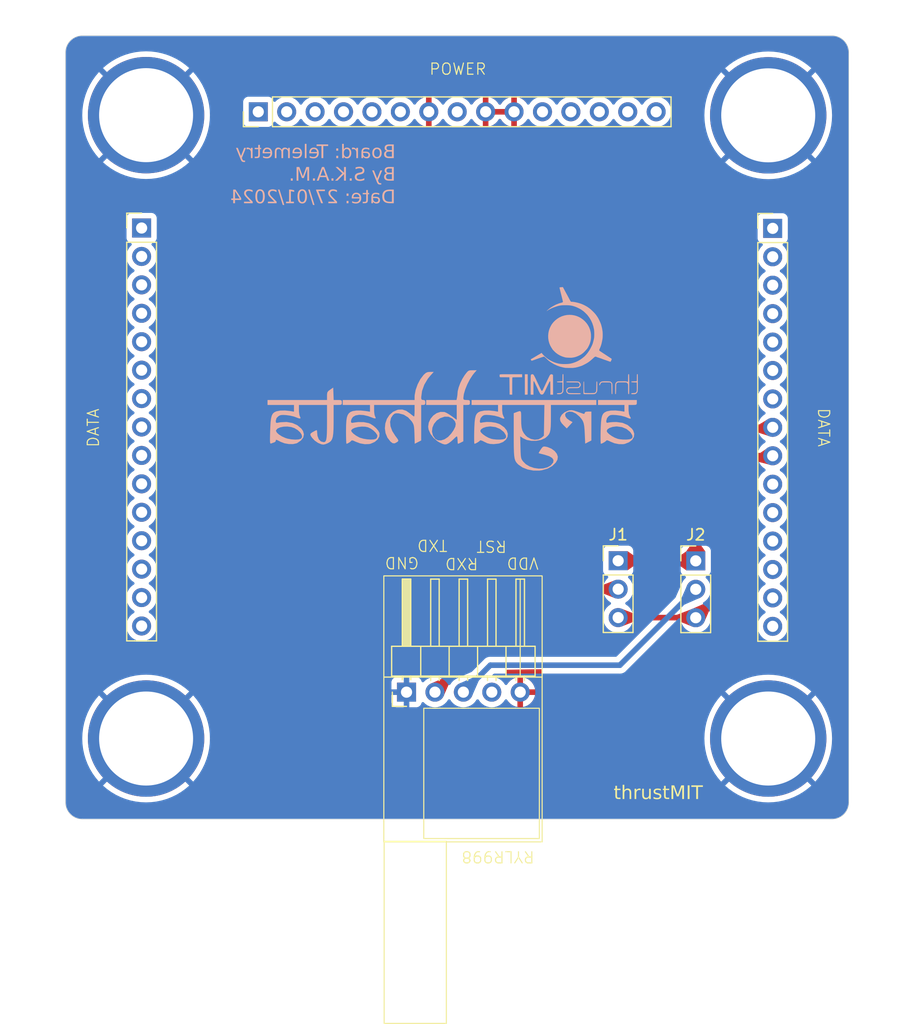
<source format=kicad_pcb>
(kicad_pcb (version 20221018) (generator pcbnew)
  (layers (0 "F.Cu" signal) (31 "B.Cu" signal) (34 "B.Paste" user) (35 "F.Paste" user) (36 "B.SilkS" user "B.Silkscreen") (37 "F.SilkS" user "F.Silkscreen") (38 "B.Mask" user) (39 "F.Mask" user) (44 "Edge.Cuts" user))
  (net 0 "")
  (net 1 "3.3V")
  (net 3 "RX_TELEM")
  (net 4 "TX_TELEM")
  (net 5 "GND")
  (net 39 "TX_MODULE")
  (net 40 "RX_MODULE")
  (footprint "Connector_PinHeader_2.54mm:PinHeader_1x03_P2.54mm_Vertical" (layer "F.Cu") (at 158.4198 103.6574)
    (fp_text reference "J2" (at 0 -2.33) (layer "F.SilkS"))
    (fp_text value "Conn_01x03_Pin")
    (pad "1" thru_hole rect (at 0 0) (size 1.7 1.7) (drill 1) (layers "*.Cu" "*.Mask") (net 4 "TX_TELEM"))
    (pad "2" thru_hole oval (at 0 2.54) (size 1.7 1.7) (drill 1) (layers "*.Cu" "*.Mask") (net 40 "RX_MODULE"))
    (pad "3" thru_hole oval (at 0 5.08) (size 1.7 1.7) (drill 1) (layers "*.Cu" "*.Mask") (net 3 "RX_TELEM"))
  )
  (footprint "Connector_PinHeader_2.54mm:PinHeader_1x03_P2.54mm_Vertical" (layer "F.Cu") (at 151.4856 103.647)
    (fp_text reference "J1" (at 0 -2.33) (layer "F.SilkS"))
    (fp_text value "Conn_01x03_Pin")
    (pad "1" thru_hole rect (at 0 0) (size 1.7 1.7) (drill 1) (layers "*.Cu" "*.Mask") (net 4 "TX_TELEM"))
    (pad "2" thru_hole oval (at 0 2.54) (size 1.7 1.7) (drill 1) (layers "*.Cu" "*.Mask") (net 39 "TX_MODULE"))
    (pad "3" thru_hole oval (at 0 5.08) (size 1.7 1.7) (drill 1) (layers "*.Cu" "*.Mask") (net 3 "RX_TELEM"))
  )
  (footprint "FC_Stack_template:FC_Stack_template" (layer "F.Cu") (at 137.0968 91.7324)
    (fp_text reference "U2" hide)
    (fp_text value "~")
    (fp_text user "DATA" (at -31.93 1.85 90 unlocked) (layer "F.SilkS") (effects (font (thickness 0.1)) (justify left bottom)))
    (fp_text user "thrustMIT" (at 13.98 33.41 unlocked) (layer "F.SilkS") (effects (font (size 1.2 1.2) (thickness 0.1)) (justify left bottom)))
    (fp_text user "POWER" (at -2.55 -31.43 unlocked) (layer "F.SilkS") (effects (font (thickness 0.1)) (justify left bottom)))
    (fp_text user "DATA" (at 32.17 -1.8 -90 unlocked) (layer "F.SilkS") (effects (font (thickness 0.1)) (justify left bottom)))
    (fp_line (start -35 33.5) (end -35 -33.5) (stroke (width 0.05)) (layer "Edge.Cuts"))
    (fp_line (start -33.5 -35) (end 33.5 -35) (stroke (width 0.05)) (layer "Edge.Cuts"))
    (fp_line (start 33.5 35) (end -33.5 35) (stroke (width 0.05)) (layer "Edge.Cuts"))
    (fp_line (start 35 -33.5) (end 35 33.5) (stroke (width 0.05)) (layer "Edge.Cuts"))
    (fp_arc (start -35 -33.5) (mid -34.56066 -34.56066) (end -33.5 -35) (stroke (width 0.05)) (layer "Edge.Cuts"))
    (fp_arc (start -33.5 35) (mid -34.56066 34.56066) (end -35 33.5) (stroke (width 0.05)) (layer "Edge.Cuts"))
    (fp_arc (start 33.5 -35) (mid 34.56066 -34.56066) (end 35 -33.5) (stroke (width 0.05)) (layer "Edge.Cuts"))
    (fp_arc (start 35 33.5) (mid 34.56066 34.56066) (end 33.5 35) (stroke (width 0.05)) (layer "Edge.Cuts"))
    (pad "1" thru_hole rect (at 28.2 -17.785) (size 1.7 1.7) (drill 1) (layers "*.Cu" "*.Mask"))
    (pad "2" thru_hole oval (at 28.2 -15.245) (size 1.7 1.7) (drill 1) (layers "*.Cu" "*.Mask"))
    (pad "3" thru_hole oval (at 28.2 -12.705) (size 1.7 1.7) (drill 1) (layers "*.Cu" "*.Mask"))
    (pad "4" thru_hole oval (at 28.2 -10.165) (size 1.7 1.7) (drill 1) (layers "*.Cu" "*.Mask"))
    (pad "5" thru_hole oval (at 28.2 -7.625) (size 1.7 1.7) (drill 1) (layers "*.Cu" "*.Mask"))
    (pad "6" thru_hole oval (at 28.2 -5.085) (size 1.7 1.7) (drill 1) (layers "*.Cu" "*.Mask"))
    (pad "7" thru_hole oval (at 28.2 -2.545) (size 1.7 1.7) (drill 1) (layers "*.Cu" "*.Mask"))
    (pad "8" thru_hole oval (at 28.2 -0.005) (size 1.7 1.7) (drill 1) (layers "*.Cu" "*.Mask") (net 4 "TX_TELEM"))
    (pad "9" thru_hole oval (at 28.2 2.535) (size 1.7 1.7) (drill 1) (layers "*.Cu" "*.Mask") (net 3 "RX_TELEM"))
    (pad "10" thru_hole oval (at 28.2 5.075) (size 1.7 1.7) (drill 1) (layers "*.Cu" "*.Mask"))
    (pad "11" thru_hole oval (at 28.2 7.615) (size 1.7 1.7) (drill 1) (layers "*.Cu" "*.Mask"))
    (pad "12" thru_hole oval (at 28.2 10.155) (size 1.7 1.7) (drill 1) (layers "*.Cu" "*.Mask"))
    (pad "13" thru_hole oval (at 28.2 12.695) (size 1.7 1.7) (drill 1) (layers "*.Cu" "*.Mask"))
    (pad "14" thru_hole oval (at 28.2 15.235) (size 1.7 1.7) (drill 1) (layers "*.Cu" "*.Mask"))
    (pad "15" thru_hole oval (at 28.2 17.775) (size 1.7 1.7) (drill 1) (layers "*.Cu" "*.Mask"))
    (pad "16" thru_hole oval (at -28.2 17.745) (size 1.7 1.7) (drill 1) (layers "*.Cu" "*.Mask"))
    (pad "17" thru_hole oval (at -28.2 15.205) (size 1.7 1.7) (drill 1) (layers "*.Cu" "*.Mask"))
    (pad "18" thru_hole oval (at -28.2 12.665) (size 1.7 1.7) (drill 1) (layers "*.Cu" "*.Mask"))
    (pad "19" thru_hole oval (at -28.2 10.125) (size 1.7 1.7) (drill 1) (layers "*.Cu" "*.Mask"))
    (pad "20" thru_hole oval (at -28.2 7.585) (size 1.7 1.7) (drill 1) (layers "*.Cu" "*.Mask"))
    (pad "21" thru_hole oval (at -28.2 5.045) (size 1.7 1.7) (drill 1) (layers "*.Cu" "*.Mask"))
    (pad "22" thru_hole oval (at -28.2 2.505) (size 1.7 1.7) (drill 1) (layers "*.Cu" "*.Mask"))
    (pad "23" thru_hole oval (at -28.2 -0.035) (size 1.7 1.7) (drill 1) (layers "*.Cu" "*.Mask"))
    (pad "24" thru_hole oval (at -28.2 -2.575) (size 1.7 1.7) (drill 1) (layers "*.Cu" "*.Mask"))
    (pad "25" thru_hole oval (at -28.2 -5.115) (size 1.7 1.7) (drill 1) (layers "*.Cu" "*.Mask"))
    (pad "26" thru_hole oval (at -28.2 -7.655) (size 1.7 1.7) (drill 1) (layers "*.Cu" "*.Mask"))
    (pad "27" thru_hole oval (at -28.2 -10.195) (size 1.7 1.7) (drill 1) (layers "*.Cu" "*.Mask"))
    (pad "28" thru_hole oval (at -28.2 -12.735) (size 1.7 1.7) (drill 1) (layers "*.Cu" "*.Mask"))
    (pad "29" thru_hole oval (at -28.2 -15.275) (size 1.7 1.7) (drill 1) (layers "*.Cu" "*.Mask"))
    (pad "30" thru_hole rect (at -28.2 -17.815) (size 1.7 1.7) (drill 1) (layers "*.Cu" "*.Mask"))
    (pad "31" thru_hole rect (at -17.775 -28.2 90) (size 1.7 1.7) (drill 1) (layers "*.Cu" "*.Mask"))
    (pad "32" thru_hole oval (at -15.235 -28.2 90) (size 1.7 1.7) (drill 1) (layers "*.Cu" "*.Mask"))
    (pad "33" thru_hole oval (at -12.695 -28.2 90) (size 1.7 1.7) (drill 1) (layers "*.Cu" "*.Mask"))
    (pad "34" thru_hole oval (at -10.155 -28.2 90) (size 1.7 1.7) (drill 1) (layers "*.Cu" "*.Mask"))
    (pad "35" thru_hole oval (at -7.615 -28.2 90) (size 1.7 1.7) (drill 1) (layers "*.Cu" "*.Mask"))
    (pad "36" thru_hole oval (at -5.075 -28.2 90) (size 1.7 1.7) (drill 1) (layers "*.Cu" "*.Mask"))
    (pad "37" thru_hole oval (at -2.535 -28.2 90) (size 1.7 1.7) (drill 1) (layers "*.Cu" "*.Mask") (net 1 "3.3V"))
    (pad "38" thru_hole oval (at 0.005 -28.2 90) (size 1.7 1.7) (drill 1) (layers "*.Cu" "*.Mask"))
    (pad "39" thru_hole oval (at 2.545 -28.2 90) (size 1.7 1.7) (drill 1) (layers "*.Cu" "*.Mask") (net 1 "3.3V"))
    (pad "40" thru_hole oval (at 5.085 -28.2 90) (size 1.7 1.7) (drill 1) (layers "*.Cu" "*.Mask") (net 1 "3.3V"))
    (pad "41" thru_hole oval (at 7.625 -28.2 90) (size 1.7 1.7) (drill 1) (layers "*.Cu" "*.Mask"))
    (pad "42" thru_hole oval (at 10.165 -28.2 90) (size 1.7 1.7) (drill 1) (layers "*.Cu" "*.Mask"))
    (pad "43" thru_hole oval (at 12.705 -28.2 90) (size 1.7 1.7) (drill 1) (layers "*.Cu" "*.Mask"))
    (pad "44" thru_hole oval (at 15.245 -28.2 90) (size 1.7 1.7) (drill 1) (layers "*.Cu" "*.Mask"))
    (pad "45" thru_hole oval (at 17.785 -28.2 90) (size 1.7 1.7) (drill 1) (layers "*.Cu" "*.Mask"))
    (pad "49" thru_hole circle (at 27.8 27.8) (size 10.4 10.4) (drill 8.4) (layers "*.Cu" "*.Mask") (net 5 "GND"))
    (pad "50" thru_hole circle (at -27.8 27.8) (size 10.4 10.4) (drill 8.4) (layers "*.Cu" "*.Mask") (net 5 "GND"))
    (pad "51" thru_hole circle (at -27.8 -27.9) (size 10.4 10.4) (drill 8.4) (layers "*.Cu" "*.Mask") (net 5 "GND"))
    (pad "52" thru_hole circle (at 27.8 -27.885) (size 10.4 10.4) (drill 8.4) (layers "*.Cu" "*.Mask") (net 5 "GND"))
  )
  (footprint "RYLR998:RYLR998" (layer "F.Cu") (at 137.5322 120.9184 180)
    (fp_text reference "U1" hide)
    (fp_text value "~" hide)
    (fp_text user "GND" (at 3.78 17.68 180 unlocked) (layer "F.SilkS") (effects (font (thickness 0.1)) (justify left bottom)))
    (fp_text user "TXD" (at 1.23 19.23 180 unlocked) (layer "F.SilkS") (effects (font (thickness 0.1)) (justify left bottom)))
    (fp_text user "RXD" (at -1.51 17.6 180 unlocked) (layer "F.SilkS") (effects (font (thickness 0.1)) (justify left bottom)))
    (fp_text user "VDD" (at -6.92 17.64 180 unlocked) (layer "F.SilkS") (effects (font (thickness 0.1)) (justify left bottom)))
    (fp_text user "RST" (at -4.06 19.15 180 unlocked) (layer "F.SilkS") (effects (font (thickness 0.1)) (justify left bottom)))
    (fp_text user "RYLR998" (at -6.54 -8.6 180 unlocked) (layer "F.SilkS") (effects (font (thickness 0.1)) (justify left bottom)))
    (pad "1" thru_hole oval (at -5.2 5.53 90) (size 1.7 1.7) (drill 1) (layers "*.Cu" "*.Mask") (net 1 "3.3V"))
    (pad "2" thru_hole oval (at -2.66 5.53 90) (size 1.7 1.7) (drill 1) (layers "*.Cu" "*.Mask"))
    (pad "3" thru_hole oval (at -0.12 5.53 90) (size 1.7 1.7) (drill 1) (layers "*.Cu" "*.Mask") (net 40 "RX_MODULE"))
    (pad "4" thru_hole oval (at 2.42 5.53 90) (size 1.7 1.7) (drill 1) (layers "*.Cu" "*.Mask") (net 39 "TX_MODULE"))
    (pad "5" thru_hole rect (at 4.96 5.53 90) (size 1.7 1.7) (drill 1) (layers "*.Cu" "*.Mask") (net 5 "GND"))
  )
  (footprint "LOGO" (layer "B.Cu") (at 147.1676 83.3882 180)
    (fp_text reference "G***" hide)
    (fp_text value "LOGO" hide)
  )
  (footprint "LOGO" (layer "B.Cu") (at 131.963337 91.64646 180)
    (fp_text reference "G***" hide)
    (fp_text value "LOGO" hide)
  )
  (gr_text "Board: Telemetry\nBy S.K.A.M.\nDate: 27/01/2024" (at 131.5974 71.9074) (layer "B.SilkS") (effects (font (size 1.2 1.2)) (justify left bottom mirror)))
  (segment (start 160.909 97.4344) (end 164.076 94.2674) (width 0.5) (layer "F.Cu") (net 3))
  (segment (start 160.909 106.2482) (end 160.909 97.4344) (width 0.5) (layer "F.Cu") (net 3))
  (segment (start 164.076 94.2674) (end 165.2968 94.2674) (width 0.5) (layer "F.Cu") (net 3))
  (segment (start 151.4856 108.727) (end 158.4094 108.727) (width 0.5) (layer "F.Cu") (net 3))
  (segment (start 158.4094 108.727) (end 158.4198 108.7374) (width 0.5) (layer "F.Cu") (net 3))
  (segment (start 158.4198 108.7374) (end 160.909 106.2482) (width 0.5) (layer "F.Cu") (net 3))
  (segment (start 158.4198 103.6574) (end 158.4198 97.2566) (width 0.5) (layer "F.Cu") (net 4))
  (segment (start 158.4198 97.2566) (end 163.949 91.7274) (width 0.5) (layer "F.Cu") (net 4))
  (segment (start 158.4094 103.647) (end 158.4198 103.6574) (width 0.5) (layer "F.Cu") (net 4))
  (segment (start 163.949 91.7274) (end 165.2968 91.7274) (width 0.5) (layer "F.Cu") (net 4))
  (segment (start 151.4856 103.647) (end 158.4094 103.647) (width 0.5) (layer "F.Cu") (net 4))
  (segment (start 144.3136 106.187) (end 151.4856 106.187) (width 0.5) (layer "F.Cu") (net 39))
  (segment (start 135.1122 115.3884) (end 144.3136 106.187) (width 0.5) (layer "F.Cu") (net 39))
  (segment (start 151.638 112.9792) (end 140.0614 112.9792) (width 0.5) (layer "B.Cu") (net 40))
  (segment (start 140.0614 112.9792) (end 137.6522 115.3884) (width 0.5) (layer "B.Cu") (net 40))
  (segment (start 158.4198 106.1974) (end 151.638 112.9792) (width 0.5) (layer "B.Cu") (net 40))
  (zone (net 1) (net_name "3.3V") (layer "F.Cu") (connect_pads (clearance 0.5)) (min_thickness 0.25) (fill yes (thermal_gap 0.5) (thermal_bridge_width 0.5))
    (polygon (pts (xy 138.303 62.484) (xy 138.3792 96.4946) (xy 125.2982 96.5454) (xy 125.3744 120.5484) (xy 144.7292 120.396) (xy 144.7038 113.3348) (xy 141.4526 113.3856) (xy 141.4526 118.3132) (xy 128.651 118.4148) (xy 128.8034 99.441) (xy 136.1186 99.441) (xy 143.5862 99.3902) (xy 143.4084 61.6966) (xy 138.3284 61.6712)))
  )
  (zone (net 1) (net_name "3.3V") (layer "F.Cu") (priority 1) (connect_pads (clearance 0.5)) (min_thickness 0.25) (fill yes (thermal_gap 0.5) (thermal_bridge_width 0.5))
    (polygon (pts (xy 142.7988 62.2554) (xy 143.002 62.2554) (xy 142.9766 58.0136) (xy 133.2992 58.1152) (xy 133.3246 98.1964) (xy 135.9408 98.0948) (xy 135.8646 59.8678) (xy 138.4046 59.9186) (xy 138.3792 62.2808) (xy 138.4046 62.2808)))
  )
  (zone (net 5) (net_name "GND") (layer "B.Cu") (priority 2) (connect_pads (clearance 0.5)) (min_thickness 0.25) (fill yes (thermal_gap 0.5) (thermal_bridge_width 0.5))
    (polygon (pts (xy 96.266 55.245) (xy 96.8756 129.794) (xy 178.2826 130.1496) (xy 177.546 53.5432) (xy 96.2406 54.7878) (xy 96.266 55.2704)))
  )
)
</source>
